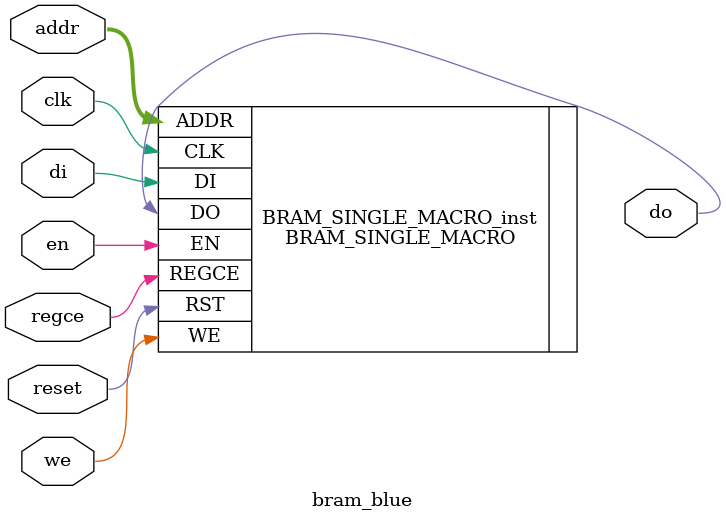
<source format=v>


//  <-----Cut code below this line---->

   // BRAM_SINGLE_MACRO: Single Port RAM
   //                    Artix-7
   // Xilinx HDL Language Template, version 2018.3

   /////////////////////////////////////////////////////////////////////
   //  READ_WIDTH | BRAM_SIZE | READ Depth  | ADDR Width |            //
   // WRITE_WIDTH |           | WRITE Depth |            |  WE Width  //
   // ============|===========|=============|============|============//
   //    37-72    |  "36Kb"   |      512    |    9-bit   |    8-bit   //
   //    19-36    |  "36Kb"   |     1024    |   10-bit   |    4-bit   //
   //    19-36    |  "18Kb"   |      512    |    9-bit   |    4-bit   //
   //    10-18    |  "36Kb"   |     2048    |   11-bit   |    2-bit   //
   //    10-18    |  "18Kb"   |     1024    |   10-bit   |    2-bit   //
   //     5-9     |  "36Kb"   |     4096    |   12-bit   |    1-bit   //
   //     5-9     |  "18Kb"   |     2048    |   11-bit   |    1-bit   //
   //     3-4     |  "36Kb"   |     8192    |   13-bit   |    1-bit   //
   //     3-4     |  "18Kb"   |     4096    |   12-bit   |    1-bit   //
   //       2     |  "36Kb"   |    16384    |   14-bit   |    1-bit   //
   //       2     |  "18Kb"   |     8192    |   13-bit   |    1-bit   //
   //       1     |  "36Kb"   |    32768    |   15-bit   |    1-bit   //
   //       1     |  "18Kb"   |    16384    |   14-bit   |    1-bit   //
   /////////////////////////////////////////////////////////////////////
   module bram_blue(addr, clk, reset, we, regce, en, di, do);

   input clk, reset, we, regce, en, di;
   input[13:0] addr;
   output do;

   BRAM_SINGLE_MACRO #(
      .BRAM_SIZE("18Kb"), // Target BRAM, "18Kb" or "36Kb" 
      .DEVICE("7SERIES"), // Target Device: "7SERIES" 
      .DO_REG(0), // Optional output register (0 or 1)
      .INIT(36'h000000000), // Initial values on output port
      .INIT_FILE ("NONE"),
      .WRITE_WIDTH(1'b1), // Valid values are 1-72 (37-72 only valid when BRAM_SIZE="36Kb")
      .READ_WIDTH(1'b1),  // Valid values are 1-72 (37-72 only valid when BRAM_SIZE="36Kb")
      .SRVAL(36'h000000000), // Set/Reset value for port output
      .WRITE_MODE("READ_FIRST"), // "WRITE_FIRST", "READ_FIRST", or "NO_CHANGE" 
      .INIT_00(256'hffffffffffffffffffffffffffffffff00000000000000000000000000000000),
      .INIT_01(256'hffffffffffffffffffffffffffffffff00000000000000000000000000000000),
      .INIT_02(256'hffffffffffffffffffffffffffffffff00000000000000000000000000000000),
      .INIT_03(256'hffffffffffffffffffffffffffffffff00000000000000000000000000000000),
      .INIT_04(256'hffffffffffffffffffffffffffffffff00000000000000000000000000000000),
      .INIT_05(256'hffffffffffffffffffffffffffffffff00000000000000000000000000000000),
      .INIT_06(256'hffffffffffffffffffffffffffffffff00000000000000000000000000000000),
      .INIT_07(256'hffffffffffffffffffffffffffffffff00000000000000000000000000000000),
      .INIT_08(256'hffffffffffffffffffffffffffffffff00000000000000000000000000000000),
      .INIT_09(256'hffffffffffffffffffffffffffffffff00000000000000000000000000000000),
      .INIT_0A(256'hffffffffffffffffffffffffffffffff00000000000000000000000000000000),
      .INIT_0B(256'hffffffffffffffffffffffffffffffff00000000000000000000000000000000),
      .INIT_0C(256'hffffffffffffffffffffffffffffffff00000000000000000000000000000000),
      .INIT_0D(256'hffffffffffffffffffffffffffffffff00000000000000000000000000000000),
      .INIT_0E(256'hffffffffffffffffffffffffffffffff00000000000000000000000000000000),
      .INIT_0F(256'hffffffffffffffffffffffffffffffff00000000000000000000000000000000),
      .INIT_10(256'hffffffffffffffffffffffffffffffffffffffffffffffffffffffffffffffff),
      .INIT_11(256'hffffffffffffffffffffffffffffffffffffffffffffffffffffffffffffffff),
      .INIT_12(256'hffffffffffffffffffffffffffffffffffffffffffffffffffffffffffffffff),
      .INIT_13(256'hffffffffffffffffffffffffffffffffffffffffffffffffffffffffffffffff),
      .INIT_14(256'hffffffffffffffffffffffffffffffffffffffffffffffffffffffffffffffff),
      .INIT_15(256'hffffffffffffffffffffffffffffffffffffffffffffffffffffffffffffffff),
      .INIT_16(256'hffffffffffffffffffffffffffffffffffffffffffffffffffffffffffffffff),
      .INIT_17(256'hffffffffffffffffffffffffffffffffffffffffffffffffffffffffffffffff),
      .INIT_18(256'h0000000000000000000000000000000000000000000000000000000000000000),
      .INIT_19(256'h0000000000000000000000000000000000000000000000000000000000000000),
      .INIT_1A(256'h0000000000000000000000000000000000000000000000000000000000000000),
      .INIT_1B(256'h0000000000000000000000000000000000000000000000000000000000000000),
      .INIT_1C(256'h0000000000000000000000000000000000000000000000000000000000000000),
      .INIT_1D(256'h0000000000000000000000000000000000000000000000000000000000000000),
      .INIT_1E(256'h0000000000000000000000000000000000000000000000000000000000000000),
      .INIT_1F(256'h0000000000000000000000000000000000000000000000000000000000000000),
      .INIT_20(256'h0000000000000000000000000000000000000000000000000000000000000000),
      .INIT_21(256'h0000000000000000000000000000000000000000000000000000000000000000),
      .INIT_22(256'h0000000000000000000000000000000000000000000000000000000000000000),
      .INIT_23(256'h0000000000000000000000000000000000000000000000000000000000000000),
      .INIT_24(256'h0000000000000000000000000000000000000000000000000000000000000000),
      .INIT_25(256'h0000000000000000000000000000000000000000000000000000000000000000),
      .INIT_26(256'h0000000000000000000000000000000000000000000000000000000000000000),
      .INIT_27(256'h0000000000000000000000000000000000000000000000000000000000000000),
      .INIT_28(256'h0000000000000000000000000000000000000000000000000000000000000000),
      .INIT_29(256'h0000000000000000000000000000000000000000000000000000000000000000),
      .INIT_2A(256'h0000000000000000000000000000000000000000000000000000000000000000),
      .INIT_2B(256'h0000000000000000000000000000000000000000000000000000000000000000),
      .INIT_2C(256'h0000000000000000000000000000000000000000000000000000000000000000),
      .INIT_2D(256'h0000000000000000000000000000000000000000000000000000000000000000),
      .INIT_2E(256'h0000000000000000000000000000000000000000000000000000000000000000),
      .INIT_2F(256'h0000000000000000000000000000000000000000000000000000000000000000),
      .INIT_30(256'h0000000000000000000000000000000000000000000000000000000000000000),
      .INIT_31(256'h0000000000000000000000000000000000000000000000000000000000000000),
      .INIT_32(256'h0000000000000000000000000000000000000000000000000000000000000000),
      .INIT_33(256'h0000000000000000000000000000000000000000000000000000000000000000),
      .INIT_34(256'h0000000000000000000000000000000000000000000000000000000000000000),
      .INIT_35(256'h0000000000000000000000000000000000000000000000000000000000000000),
      .INIT_36(256'h0000000000000000000000000000000000000000000000000000000000000000),
      .INIT_37(256'h0000000000000000000000000000000000000000000000000000000000000000),
      .INIT_38(256'h0000000000000000000000000000000000000000000000000000000000000000),
      .INIT_39(256'h0000000000000000000000000000000000000000000000000000000000000000),
      .INIT_3A(256'h0000000000000000000000000000000000000000000000000000000000000000),
      .INIT_3B(256'h0000000000000000000000000000000000000000000000000000000000000000),
      .INIT_3C(256'h0000000000000000000000000000000000000000000000000000000000000000),
      .INIT_3D(256'h0000000000000000000000000000000000000000000000000000000000000000),
      .INIT_3E(256'h0000000000000000000000000000000000000000000000000000000000000000),
      .INIT_3F(256'h0000000000000000000000000000000000000000000000000000000000000000),

      // The next set of INIT_xx are valid when configured as 36Kb
      .INIT_40(256'h0000000000000000000000000000000000000000000000000000000000000000),
      .INIT_41(256'h0000000000000000000000000000000000000000000000000000000000000000),
      .INIT_42(256'h0000000000000000000000000000000000000000000000000000000000000000),
      .INIT_43(256'h0000000000000000000000000000000000000000000000000000000000000000),
      .INIT_44(256'h0000000000000000000000000000000000000000000000000000000000000000),
      .INIT_45(256'h0000000000000000000000000000000000000000000000000000000000000000),
      .INIT_46(256'h0000000000000000000000000000000000000000000000000000000000000000),
      .INIT_47(256'h0000000000000000000000000000000000000000000000000000000000000000),
      .INIT_48(256'h0000000000000000000000000000000000000000000000000000000000000000),
      .INIT_49(256'h0000000000000000000000000000000000000000000000000000000000000000),
      .INIT_4A(256'h0000000000000000000000000000000000000000000000000000000000000000),
      .INIT_4B(256'h0000000000000000000000000000000000000000000000000000000000000000),
      .INIT_4C(256'h0000000000000000000000000000000000000000000000000000000000000000),
      .INIT_4D(256'h0000000000000000000000000000000000000000000000000000000000000000),
      .INIT_4E(256'h0000000000000000000000000000000000000000000000000000000000000000),
      .INIT_4F(256'h0000000000000000000000000000000000000000000000000000000000000000),
      .INIT_50(256'h0000000000000000000000000000000000000000000000000000000000000000),
      .INIT_51(256'h0000000000000000000000000000000000000000000000000000000000000000),
      .INIT_52(256'h0000000000000000000000000000000000000000000000000000000000000000),
      .INIT_53(256'h0000000000000000000000000000000000000000000000000000000000000000),
      .INIT_54(256'h0000000000000000000000000000000000000000000000000000000000000000),
      .INIT_55(256'h0000000000000000000000000000000000000000000000000000000000000000),
      .INIT_56(256'h0000000000000000000000000000000000000000000000000000000000000000),
      .INIT_57(256'h0000000000000000000000000000000000000000000000000000000000000000),
      .INIT_58(256'h0000000000000000000000000000000000000000000000000000000000000000),
      .INIT_59(256'h0000000000000000000000000000000000000000000000000000000000000000),
      .INIT_5A(256'h0000000000000000000000000000000000000000000000000000000000000000),
      .INIT_5B(256'h0000000000000000000000000000000000000000000000000000000000000000),
      .INIT_5C(256'h0000000000000000000000000000000000000000000000000000000000000000),
      .INIT_5D(256'h0000000000000000000000000000000000000000000000000000000000000000),
      .INIT_5E(256'h0000000000000000000000000000000000000000000000000000000000000000),
      .INIT_5F(256'h0000000000000000000000000000000000000000000000000000000000000000),
      .INIT_60(256'h0000000000000000000000000000000000000000000000000000000000000000),
      .INIT_61(256'h0000000000000000000000000000000000000000000000000000000000000000),
      .INIT_62(256'h0000000000000000000000000000000000000000000000000000000000000000),
      .INIT_63(256'h0000000000000000000000000000000000000000000000000000000000000000),
      .INIT_64(256'h0000000000000000000000000000000000000000000000000000000000000000),
      .INIT_65(256'h0000000000000000000000000000000000000000000000000000000000000000),
      .INIT_66(256'h0000000000000000000000000000000000000000000000000000000000000000),
      .INIT_67(256'h0000000000000000000000000000000000000000000000000000000000000000),
      .INIT_68(256'h0000000000000000000000000000000000000000000000000000000000000000),
      .INIT_69(256'h0000000000000000000000000000000000000000000000000000000000000000),
      .INIT_6A(256'h0000000000000000000000000000000000000000000000000000000000000000),
      .INIT_6B(256'h0000000000000000000000000000000000000000000000000000000000000000),
      .INIT_6C(256'h0000000000000000000000000000000000000000000000000000000000000000),
      .INIT_6D(256'h0000000000000000000000000000000000000000000000000000000000000000),
      .INIT_6E(256'h0000000000000000000000000000000000000000000000000000000000000000),
      .INIT_6F(256'h0000000000000000000000000000000000000000000000000000000000000000),
      .INIT_70(256'h0000000000000000000000000000000000000000000000000000000000000000),
      .INIT_71(256'h0000000000000000000000000000000000000000000000000000000000000000),
      .INIT_72(256'h0000000000000000000000000000000000000000000000000000000000000000),
      .INIT_73(256'h0000000000000000000000000000000000000000000000000000000000000000),
      .INIT_74(256'h0000000000000000000000000000000000000000000000000000000000000000),
      .INIT_75(256'h0000000000000000000000000000000000000000000000000000000000000000),
      .INIT_76(256'h0000000000000000000000000000000000000000000000000000000000000000),
      .INIT_77(256'h0000000000000000000000000000000000000000000000000000000000000000),
      .INIT_78(256'h0000000000000000000000000000000000000000000000000000000000000000),
      .INIT_79(256'h0000000000000000000000000000000000000000000000000000000000000000),
      .INIT_7A(256'h0000000000000000000000000000000000000000000000000000000000000000),
      .INIT_7B(256'h0000000000000000000000000000000000000000000000000000000000000000),
      .INIT_7C(256'h0000000000000000000000000000000000000000000000000000000000000000),
      .INIT_7D(256'h0000000000000000000000000000000000000000000000000000000000000000),
      .INIT_7E(256'h0000000000000000000000000000000000000000000000000000000000000000),
      .INIT_7F(256'h0000000000000000000000000000000000000000000000000000000000000000),

      // The next set of INITP_xx are for the parity bits
      .INITP_00(256'h0000000000000000000000000000000000000000000000000000000000000000),
      .INITP_01(256'h0000000000000000000000000000000000000000000000000000000000000000),
      .INITP_02(256'h0000000000000000000000000000000000000000000000000000000000000000),
      .INITP_03(256'h0000000000000000000000000000000000000000000000000000000000000000),
      .INITP_04(256'h0000000000000000000000000000000000000000000000000000000000000000),
      .INITP_05(256'h0000000000000000000000000000000000000000000000000000000000000000),
      .INITP_06(256'h0000000000000000000000000000000000000000000000000000000000000000),
      .INITP_07(256'h0000000000000000000000000000000000000000000000000000000000000000),

      // The next set of INIT_xx are valid when configured as 36Kb
      .INITP_08(256'h0000000000000000000000000000000000000000000000000000000000000000),
      .INITP_09(256'h0000000000000000000000000000000000000000000000000000000000000000),
      .INITP_0A(256'h0000000000000000000000000000000000000000000000000000000000000000),
      .INITP_0B(256'h0000000000000000000000000000000000000000000000000000000000000000),
      .INITP_0C(256'h0000000000000000000000000000000000000000000000000000000000000000),
      .INITP_0D(256'h0000000000000000000000000000000000000000000000000000000000000000),
      .INITP_0E(256'h0000000000000000000000000000000000000000000000000000000000000000),
      .INITP_0F(256'h0000000000000000000000000000000000000000000000000000000000000000)
   ) BRAM_SINGLE_MACRO_inst (
      .DO(do),       // Output data, width defined by READ_WIDTH parameter
      .ADDR(addr),   // Input address, width defined by read/write port depth
      .CLK(clk),     // 1-bit input clock
      .DI(di),       // Input data port, width defined by WRITE_WIDTH parameter
      .EN(en),       // 1-bit input RAM enable
      .REGCE(regce), // 1-bit input output register enable
      .RST(reset),     // 1-bit input reset
      .WE(we)        // Input write enable, width defined by write port depth
   );

   // End of BRAM_SINGLE_MACRO_inst instantiation
   endmodule
				
</source>
